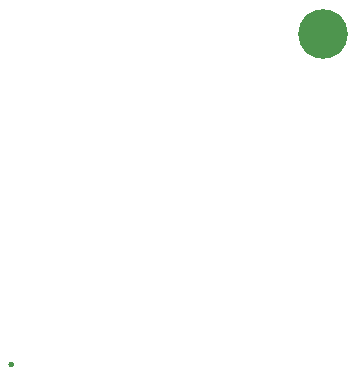
<source format=gts>
G04 #@! TF.GenerationSoftware,KiCad,Pcbnew,6.0.11+dfsg-1*
G04 #@! TF.CreationDate,2023-08-15T17:50:17+01:00*
G04 #@! TF.ProjectId,business card,62757369-6e65-4737-9320-636172642e6b,rev?*
G04 #@! TF.SameCoordinates,Original*
G04 #@! TF.FileFunction,Soldermask,Top*
G04 #@! TF.FilePolarity,Negative*
%FSLAX46Y46*%
G04 Gerber Fmt 4.6, Leading zero omitted, Abs format (unit mm)*
G04 Created by KiCad (PCBNEW 6.0.11+dfsg-1) date 2023-08-15 17:50:17*
%MOMM*%
%LPD*%
G01*
G04 APERTURE LIST*
%ADD10C,0.000000*%
%ADD11C,4.200000*%
G04 APERTURE END LIST*
D10*
G36*
X105090298Y-83009493D02*
G01*
X105101503Y-83010118D01*
X105112523Y-83011160D01*
X105123357Y-83012618D01*
X105134007Y-83014494D01*
X105144471Y-83016786D01*
X105154750Y-83019494D01*
X105164844Y-83022620D01*
X105174753Y-83026162D01*
X105184476Y-83030121D01*
X105194014Y-83034496D01*
X105203367Y-83039289D01*
X105212535Y-83044498D01*
X105221518Y-83050123D01*
X105230315Y-83056166D01*
X105238927Y-83062625D01*
X105243120Y-83065846D01*
X105247180Y-83069211D01*
X105251107Y-83072722D01*
X105254901Y-83076377D01*
X105258562Y-83080176D01*
X105262089Y-83084121D01*
X105265484Y-83088210D01*
X105268745Y-83092443D01*
X105271873Y-83096822D01*
X105274868Y-83101345D01*
X105277730Y-83106013D01*
X105280459Y-83110825D01*
X105283055Y-83115782D01*
X105285517Y-83120884D01*
X105290043Y-83131522D01*
X105294037Y-83142739D01*
X105297498Y-83154534D01*
X105300426Y-83166908D01*
X105302823Y-83179861D01*
X105304686Y-83193393D01*
X105306017Y-83207504D01*
X105306816Y-83222193D01*
X105307082Y-83237461D01*
X105306816Y-83252382D01*
X105306017Y-83266770D01*
X105304686Y-83280626D01*
X105302823Y-83293949D01*
X105300426Y-83306740D01*
X105297498Y-83318999D01*
X105294037Y-83330725D01*
X105290043Y-83341918D01*
X105285517Y-83352580D01*
X105280459Y-83362708D01*
X105274868Y-83372304D01*
X105268745Y-83381368D01*
X105262089Y-83389899D01*
X105254901Y-83397898D01*
X105247180Y-83405364D01*
X105238927Y-83412298D01*
X105230315Y-83418757D01*
X105221518Y-83424800D01*
X105212535Y-83430425D01*
X105203367Y-83435634D01*
X105194014Y-83440427D01*
X105184476Y-83444802D01*
X105174753Y-83448761D01*
X105164844Y-83452303D01*
X105154750Y-83455429D01*
X105144471Y-83458137D01*
X105134007Y-83460429D01*
X105123357Y-83462304D01*
X105112523Y-83463763D01*
X105101503Y-83464805D01*
X105090298Y-83465430D01*
X105078908Y-83465638D01*
X105067170Y-83465430D01*
X105055664Y-83464805D01*
X105044389Y-83463763D01*
X105033346Y-83462304D01*
X105022535Y-83460429D01*
X105011955Y-83458137D01*
X105001606Y-83455429D01*
X104991489Y-83452303D01*
X104981603Y-83448761D01*
X104971949Y-83444802D01*
X104962527Y-83440427D01*
X104953336Y-83435634D01*
X104944376Y-83430425D01*
X104935648Y-83424800D01*
X104927152Y-83418757D01*
X104918887Y-83412298D01*
X104910992Y-83405364D01*
X104903607Y-83397898D01*
X104896731Y-83389899D01*
X104890365Y-83381368D01*
X104884508Y-83372304D01*
X104879160Y-83362708D01*
X104874321Y-83352580D01*
X104869992Y-83341918D01*
X104866172Y-83330725D01*
X104862862Y-83318999D01*
X104860061Y-83306740D01*
X104857769Y-83293949D01*
X104855986Y-83280626D01*
X104854713Y-83266770D01*
X104853949Y-83252382D01*
X104853694Y-83237461D01*
X104853949Y-83222193D01*
X104854713Y-83207504D01*
X104855986Y-83193393D01*
X104857769Y-83179861D01*
X104860061Y-83166908D01*
X104862862Y-83154534D01*
X104866172Y-83142739D01*
X104869992Y-83131522D01*
X104874321Y-83120884D01*
X104879160Y-83110825D01*
X104884508Y-83101345D01*
X104890365Y-83092443D01*
X104896731Y-83084121D01*
X104903607Y-83076377D01*
X104910992Y-83069211D01*
X104918887Y-83062625D01*
X104927152Y-83056166D01*
X104935648Y-83050123D01*
X104944376Y-83044498D01*
X104953336Y-83039289D01*
X104962527Y-83034496D01*
X104971949Y-83030121D01*
X104981603Y-83026162D01*
X104991489Y-83022620D01*
X105001606Y-83019494D01*
X105011955Y-83016786D01*
X105022535Y-83014494D01*
X105033346Y-83012618D01*
X105044389Y-83011160D01*
X105055664Y-83010118D01*
X105067170Y-83009493D01*
X105078908Y-83009285D01*
X105090298Y-83009493D01*
G37*
D11*
X131500000Y-55250000D03*
M02*

</source>
